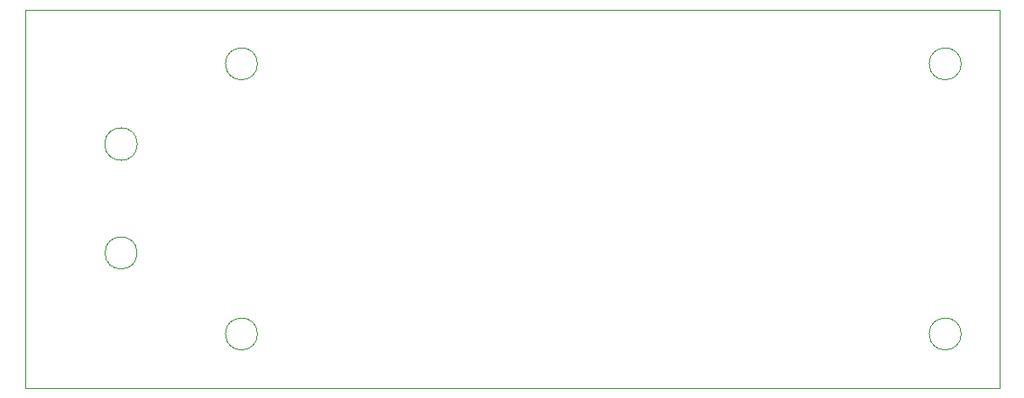
<source format=gbr>
%TF.GenerationSoftware,KiCad,Pcbnew,(6.0.9)*%
%TF.CreationDate,2022-11-22T09:39:27+01:00*%
%TF.ProjectId,esp32_ttgo_capaci.kicad_af,65737033-325f-4747-9467-6f5f63617061,rev?*%
%TF.SameCoordinates,Original*%
%TF.FileFunction,Profile,NP*%
%FSLAX46Y46*%
G04 Gerber Fmt 4.6, Leading zero omitted, Abs format (unit mm)*
G04 Created by KiCad (PCBNEW (6.0.9)) date 2022-11-22 09:39:27*
%MOMM*%
%LPD*%
G01*
G04 APERTURE LIST*
%TA.AperFunction,Profile*%
%ADD10C,0.100000*%
%TD*%
G04 APERTURE END LIST*
D10*
X25771460Y-35560000D02*
G75*
G03*
X25771460Y-35560000I-1509947J0D01*
G01*
X24261514Y-35560000D02*
G75*
G03*
X24261514Y-35560000I-1J0D01*
G01*
X25793371Y-25327149D02*
G75*
G03*
X25793371Y-25327149I-1531858J0D01*
G01*
X37060000Y-17780000D02*
G75*
G03*
X37060000Y-17780000I-1500000J0D01*
G01*
X106680000Y-12700000D02*
X106680000Y-48260000D01*
X15240000Y-12700000D02*
X106680000Y-12700000D01*
X103100000Y-17780000D02*
G75*
G03*
X103100000Y-17780000I-1500000J0D01*
G01*
X106680000Y-48260000D02*
X15240000Y-48260000D01*
X103100000Y-43180000D02*
G75*
G03*
X103100000Y-43180000I-1500000J0D01*
G01*
X15240000Y-48260000D02*
X15240000Y-12700000D01*
X37060000Y-43180000D02*
G75*
G03*
X37060000Y-43180000I-1500000J0D01*
G01*
M02*

</source>
